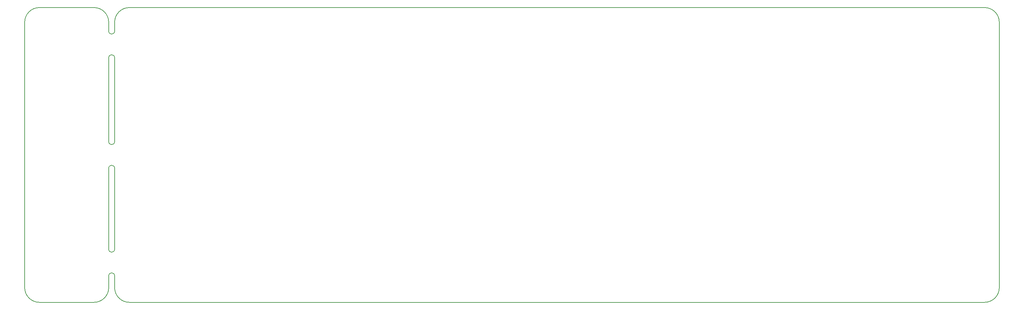
<source format=gbr>
G04 #@! TF.GenerationSoftware,KiCad,Pcbnew,(5.1.4-0)*
G04 #@! TF.CreationDate,2021-05-08T11:25:55-05:00*
G04 #@! TF.ProjectId,ori_bottom_plate,6f72695f-626f-4747-946f-6d5f706c6174,rev?*
G04 #@! TF.SameCoordinates,Original*
G04 #@! TF.FileFunction,Profile,NP*
%FSLAX46Y46*%
G04 Gerber Fmt 4.6, Leading zero omitted, Abs format (unit mm)*
G04 Created by KiCad (PCBNEW (5.1.4-0)) date 2021-05-08 11:25:55*
%MOMM*%
%LPD*%
G04 APERTURE LIST*
%ADD10C,0.150000*%
G04 APERTURE END LIST*
D10*
X373920000Y-44460000D02*
X373920000Y-112860000D01*
X122739677Y-44459883D02*
X122740066Y-112859959D01*
X370120000Y-116660000D02*
X149720000Y-116660000D01*
X126539677Y-40659883D02*
X140599615Y-40659744D01*
X126540066Y-116659959D02*
X140599620Y-116659703D01*
X145919614Y-102980000D02*
G75*
G02X144399620Y-102980014I-759997J1D01*
G01*
X126540066Y-116659959D02*
G75*
G02X122740066Y-112859959I0J3800000D01*
G01*
X122739677Y-44459883D02*
G75*
G02X126539677Y-40659883I3800000J0D01*
G01*
X145919231Y-46740000D02*
G75*
G02X144399237Y-46740014I-759997J1D01*
G01*
X144400006Y-53580014D02*
G75*
G02X145920000Y-53580000I759997J-1D01*
G01*
X145919231Y-75240000D02*
G75*
G02X144399237Y-75240014I-759997J1D01*
G01*
X144400005Y-82080014D02*
G75*
G02X145919999Y-82080000I759997J-1D01*
G01*
X144399621Y-109820014D02*
G75*
G02X145919615Y-109820000I759997J-1D01*
G01*
X145920000Y-53580000D02*
X145919231Y-75240000D01*
X144400006Y-53580014D02*
X144399237Y-75240014D01*
X144399615Y-44459744D02*
X144399237Y-46740014D01*
X145920000Y-44460000D02*
X145919231Y-46740000D01*
X145919999Y-82080000D02*
X145919614Y-102980000D01*
X144400005Y-82080014D02*
X144399620Y-102980014D01*
X145919615Y-109820000D02*
X145920000Y-112860000D01*
X144399621Y-109820014D02*
X144399620Y-112859707D01*
X140599615Y-40659744D02*
G75*
G02X144399615Y-44459744I0J-3800000D01*
G01*
X144399620Y-112859703D02*
G75*
G02X140599620Y-116659703I-3800000J0D01*
G01*
X370120000Y-40660000D02*
X149720000Y-40660000D01*
X370120000Y-40660000D02*
G75*
G02X373920000Y-44460000I0J-3800000D01*
G01*
X373920000Y-112860000D02*
G75*
G02X370120000Y-116660000I-3800000J0D01*
G01*
X149720000Y-116660000D02*
G75*
G02X145920000Y-112860000I0J3800000D01*
G01*
X145920000Y-44460000D02*
G75*
G02X149720000Y-40660000I3800000J0D01*
G01*
M02*

</source>
